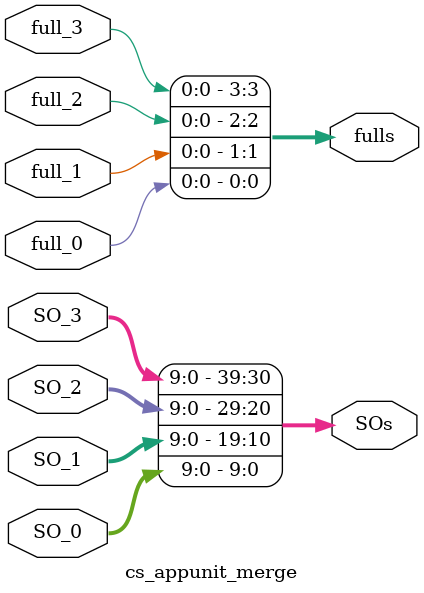
<source format=v>
`timescale 1ns / 1ps

module cs_appunit_merge(
    input full_0,
    input full_1,
    input full_2,
    input full_3,
    input [10:0] SO_0,       // First 11-bit signal
    input [10:0] SO_1,       // Second 11-bit signal
    input [10:0] SO_2,       // Third 11-bit signal
    input [10:0] SO_3,       // Fourth 11-bit signal
    output [3:0] fulls,        // Concatenated 4-bit signal
    output [39:0] SOs      // Concatenated 40-bit signal
);

    // Concatenate the 4 full signals into a single 4-bit output
    assign fulls = {full_3, full_2, full_1, full_0};
    assign SOs = {
        SO_3[9:0], // Remove the last digit (LSB) from each 10-bit signal
        SO_2[9:0],
        SO_1[9:0],
        SO_0[9:0]
    };

endmodule
</source>
